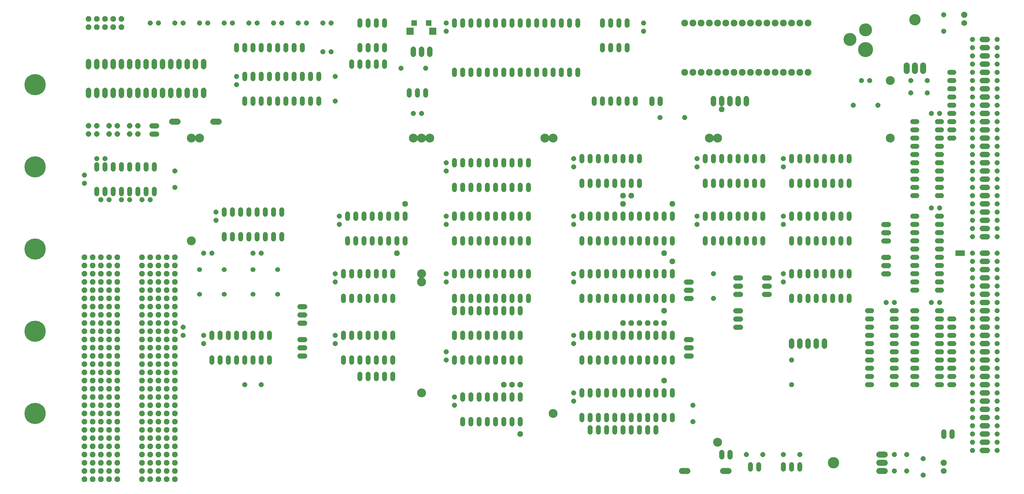
<source format=gts>
G04 EAGLE Gerber RS-274X export*
G75*
%MOMM*%
%FSLAX34Y34*%
%LPD*%
%INSoldermask Top*%
%IPPOS*%
%AMOC8*
5,1,8,0,0,1.08239X$1,22.5*%
G01*
%ADD10C,1.727200*%
%ADD11R,1.371600X1.803400*%
%ADD12R,0.152400X1.828800*%
%ADD13C,1.524000*%
%ADD14C,1.879600*%
%ADD15C,3.505200*%
%ADD16P,1.951982X8X112.500000*%
%ADD17C,1.803400*%
%ADD18P,1.649562X8X112.500000*%
%ADD19P,1.649562X8X202.500000*%
%ADD20P,1.649562X8X292.500000*%
%ADD21P,1.663309X8X202.500000*%
%ADD22C,6.553200*%
%ADD23C,2.108200*%
%ADD24C,1.625600*%
%ADD25C,2.743200*%
%ADD26C,1.524000*%
%ADD27R,1.727200X1.727200*%
%ADD28R,2.298700X2.298700*%
%ADD29P,1.649562X8X22.500000*%
%ADD30P,1.759533X8X22.500000*%
%ADD31P,1.869504X8X22.500000*%
%ADD32C,4.648200*%
%ADD33C,4.013200*%
%ADD34P,1.869504X8X202.500000*%
%ADD35P,1.869504X8X112.500000*%


D10*
X1493520Y139700D02*
X1478280Y139700D01*
X1478280Y165100D02*
X1493520Y165100D01*
X1493520Y190500D02*
X1478280Y190500D01*
X1478280Y215900D02*
X1493520Y215900D01*
X1493520Y241300D02*
X1478280Y241300D01*
X1478280Y266700D02*
X1493520Y266700D01*
X1493520Y292100D02*
X1478280Y292100D01*
X1478280Y317500D02*
X1493520Y317500D01*
X1493520Y342900D02*
X1478280Y342900D01*
X1478280Y368300D02*
X1493520Y368300D01*
X1493520Y393700D02*
X1478280Y393700D01*
X1478280Y419100D02*
X1493520Y419100D01*
X1493520Y444500D02*
X1478280Y444500D01*
X1478280Y469900D02*
X1493520Y469900D01*
X1493520Y495300D02*
X1478280Y495300D01*
X1478280Y520700D02*
X1493520Y520700D01*
X1493520Y546100D02*
X1478280Y546100D01*
X1478280Y571500D02*
X1493520Y571500D01*
X1493520Y596900D02*
X1478280Y596900D01*
X1478280Y622300D02*
X1493520Y622300D01*
X1493520Y647700D02*
X1478280Y647700D01*
X1478280Y673100D02*
X1493520Y673100D01*
X1493520Y698500D02*
X1478280Y698500D01*
X1478280Y723900D02*
X1493520Y723900D01*
X1493520Y749300D02*
X1478280Y749300D01*
D11*
X1417320Y749300D03*
X1402080Y749300D03*
D12*
X1409700Y749300D03*
D10*
X1478280Y800100D02*
X1493520Y800100D01*
X1493520Y825500D02*
X1478280Y825500D01*
X1478280Y850900D02*
X1493520Y850900D01*
X1493520Y876300D02*
X1478280Y876300D01*
X1478280Y901700D02*
X1493520Y901700D01*
X1493520Y927100D02*
X1478280Y927100D01*
X1478280Y952500D02*
X1493520Y952500D01*
X1493520Y977900D02*
X1478280Y977900D01*
X1478280Y1003300D02*
X1493520Y1003300D01*
X1493520Y1028700D02*
X1478280Y1028700D01*
X1478280Y1054100D02*
X1493520Y1054100D01*
X1493520Y1079500D02*
X1478280Y1079500D01*
X1478280Y1104900D02*
X1493520Y1104900D01*
X1493520Y1130300D02*
X1478280Y1130300D01*
X1478280Y1155700D02*
X1493520Y1155700D01*
X1493520Y1181100D02*
X1478280Y1181100D01*
X1478280Y1206500D02*
X1493520Y1206500D01*
X1493520Y1231900D02*
X1478280Y1231900D01*
X1478280Y1257300D02*
X1493520Y1257300D01*
X1493520Y1282700D02*
X1478280Y1282700D01*
X1478280Y1308100D02*
X1493520Y1308100D01*
X1493520Y1333500D02*
X1478280Y1333500D01*
X1478280Y1358900D02*
X1493520Y1358900D01*
X1493520Y1384300D02*
X1478280Y1384300D01*
X1478280Y1409700D02*
X1493520Y1409700D01*
D13*
X1276604Y1155700D02*
X1263396Y1155700D01*
X1263396Y1130300D02*
X1276604Y1130300D01*
X1276604Y1003300D02*
X1263396Y1003300D01*
X1263396Y977900D02*
X1276604Y977900D01*
X1276604Y1104900D02*
X1263396Y1104900D01*
X1263396Y1079500D02*
X1276604Y1079500D01*
X1276604Y1028700D02*
X1263396Y1028700D01*
X1263396Y1054100D02*
X1276604Y1054100D01*
X1276604Y952500D02*
X1263396Y952500D01*
X1263396Y927100D02*
X1276604Y927100D01*
X1339596Y927100D02*
X1352804Y927100D01*
X1352804Y952500D02*
X1339596Y952500D01*
X1339596Y977900D02*
X1352804Y977900D01*
X1352804Y1003300D02*
X1339596Y1003300D01*
X1339596Y1028700D02*
X1352804Y1028700D01*
X1352804Y1054100D02*
X1339596Y1054100D01*
X1339596Y1079500D02*
X1352804Y1079500D01*
X1352804Y1104900D02*
X1339596Y1104900D01*
X1339596Y1130300D02*
X1352804Y1130300D01*
X1352804Y1155700D02*
X1339596Y1155700D01*
X1276604Y863600D02*
X1263396Y863600D01*
X1263396Y838200D02*
X1276604Y838200D01*
X1276604Y711200D02*
X1263396Y711200D01*
X1263396Y685800D02*
X1276604Y685800D01*
X1276604Y812800D02*
X1263396Y812800D01*
X1263396Y787400D02*
X1276604Y787400D01*
X1276604Y736600D02*
X1263396Y736600D01*
X1263396Y762000D02*
X1276604Y762000D01*
X1276604Y660400D02*
X1263396Y660400D01*
X1263396Y635000D02*
X1276604Y635000D01*
X1339596Y635000D02*
X1352804Y635000D01*
X1352804Y660400D02*
X1339596Y660400D01*
X1339596Y685800D02*
X1352804Y685800D01*
X1352804Y711200D02*
X1339596Y711200D01*
X1339596Y736600D02*
X1352804Y736600D01*
X1352804Y762000D02*
X1339596Y762000D01*
X1339596Y787400D02*
X1352804Y787400D01*
X1352804Y812800D02*
X1339596Y812800D01*
X1339596Y838200D02*
X1352804Y838200D01*
X1352804Y863600D02*
X1339596Y863600D01*
D14*
X1244600Y1312418D02*
X1244600Y1329182D01*
X1270000Y1329182D02*
X1270000Y1312418D01*
X1295400Y1312418D02*
X1295400Y1329182D01*
D15*
X1270000Y1470660D03*
D16*
X1422400Y1485900D03*
D17*
X1422400Y1460500D03*
D18*
X1358900Y1435100D03*
X1358900Y1485900D03*
D19*
X1308100Y1244600D03*
X1257300Y1244600D03*
X1308100Y1282700D03*
X1257300Y1282700D03*
X1346200Y1181100D03*
X1320800Y1181100D03*
D20*
X431800Y1460500D03*
X431800Y1435100D03*
D19*
X1346200Y889000D03*
X1320800Y889000D03*
X1206500Y596900D03*
X1181100Y596900D03*
D10*
X990600Y477520D02*
X990600Y462280D01*
X965200Y462280D02*
X965200Y477520D01*
X939800Y477520D02*
X939800Y462280D01*
X914400Y462280D02*
X914400Y477520D01*
X889000Y477520D02*
X889000Y462280D01*
D18*
X889000Y342900D03*
X889000Y419100D03*
D21*
X1524000Y139700D03*
X1524000Y165100D03*
X1524000Y190500D03*
X1524000Y215900D03*
X1524000Y241300D03*
X1524000Y266700D03*
X1524000Y292100D03*
X1524000Y317500D03*
X1524000Y342900D03*
X1524000Y368300D03*
X1524000Y393700D03*
X1524000Y419100D03*
X1524000Y444500D03*
X1524000Y469900D03*
X1524000Y495300D03*
X1524000Y520700D03*
X1524000Y546100D03*
X1524000Y571500D03*
X1524000Y596900D03*
X1524000Y622300D03*
X1524000Y647700D03*
X1524000Y673100D03*
X1524000Y698500D03*
X1524000Y723900D03*
X1524000Y749300D03*
X1524000Y800100D03*
X1524000Y825500D03*
X1524000Y850900D03*
X1524000Y876300D03*
X1524000Y901700D03*
X1524000Y927100D03*
X1524000Y952500D03*
X1524000Y977900D03*
X1524000Y1003300D03*
X1524000Y1028700D03*
X1524000Y1054100D03*
X1524000Y1079500D03*
X1524000Y1104900D03*
X1524000Y1130300D03*
X1524000Y1155700D03*
X1524000Y1181100D03*
X1524000Y1206500D03*
X1524000Y1231900D03*
X1524000Y1257300D03*
X1524000Y1282700D03*
X1524000Y1308100D03*
X1524000Y1333500D03*
X1524000Y1358900D03*
X1524000Y1384300D03*
X1524000Y1409700D03*
X1447800Y139700D03*
X1447800Y165100D03*
X1447800Y190500D03*
X1447800Y215900D03*
X1447800Y241300D03*
X1447800Y266700D03*
X1447800Y292100D03*
X1447800Y317500D03*
X1447800Y342900D03*
X1447800Y368300D03*
X1447800Y393700D03*
X1447800Y419100D03*
X1447800Y444500D03*
X1447800Y469900D03*
X1447800Y495300D03*
X1447800Y520700D03*
X1447800Y546100D03*
X1447800Y571500D03*
X1447800Y596900D03*
X1447800Y622300D03*
X1447800Y647700D03*
X1447800Y673100D03*
X1447800Y698500D03*
X1447800Y723900D03*
X1447800Y749300D03*
X1447800Y800100D03*
X1447800Y825500D03*
X1447800Y850900D03*
X1447800Y876300D03*
X1447800Y901700D03*
X1447800Y927100D03*
X1447800Y952500D03*
X1447800Y977900D03*
X1447800Y1003300D03*
X1447800Y1028700D03*
X1447800Y1054100D03*
X1447800Y1079500D03*
X1447800Y1104900D03*
X1447800Y1130300D03*
X1447800Y1155700D03*
X1447800Y1181100D03*
X1447800Y1206500D03*
X1447800Y1231900D03*
X1447800Y1257300D03*
X1447800Y1282700D03*
X1447800Y1308100D03*
X1447800Y1333500D03*
X1447800Y1358900D03*
X1447800Y1384300D03*
X1447800Y1409700D03*
D22*
X-1447800Y1270000D03*
X-1447800Y254000D03*
X-1447800Y1016000D03*
X-1447800Y762000D03*
X-1447800Y508000D03*
D20*
X-889000Y876300D03*
X-889000Y850900D03*
D19*
X1346200Y596900D03*
X1320800Y596900D03*
D20*
X-825500Y1295400D03*
X-825500Y1270000D03*
D13*
X469900Y209804D02*
X469900Y196596D01*
X444500Y196596D02*
X444500Y209804D01*
X419100Y209804D02*
X419100Y196596D01*
X393700Y196596D02*
X393700Y209804D01*
X368300Y209804D02*
X368300Y196596D01*
X342900Y196596D02*
X342900Y209804D01*
X317500Y209804D02*
X317500Y196596D01*
X292100Y196596D02*
X292100Y209804D01*
X266700Y209804D02*
X266700Y196596D01*
X-152400Y1301496D02*
X-152400Y1314704D01*
X-127000Y1314704D02*
X-127000Y1301496D01*
X0Y1301496D02*
X0Y1314704D01*
X25400Y1314704D02*
X25400Y1301496D01*
X-101600Y1301496D02*
X-101600Y1314704D01*
X-76200Y1314704D02*
X-76200Y1301496D01*
X-25400Y1301496D02*
X-25400Y1314704D01*
X-50800Y1314704D02*
X-50800Y1301496D01*
X50800Y1301496D02*
X50800Y1314704D01*
X76200Y1314704D02*
X76200Y1301496D01*
X101600Y1301496D02*
X101600Y1314704D01*
X127000Y1314704D02*
X127000Y1301496D01*
X152400Y1301496D02*
X152400Y1314704D01*
X177800Y1314704D02*
X177800Y1301496D01*
X203200Y1301496D02*
X203200Y1314704D01*
X228600Y1314704D02*
X228600Y1301496D01*
X228600Y1453896D02*
X228600Y1467104D01*
X203200Y1467104D02*
X203200Y1453896D01*
X177800Y1453896D02*
X177800Y1467104D01*
X152400Y1467104D02*
X152400Y1453896D01*
X127000Y1453896D02*
X127000Y1467104D01*
X101600Y1467104D02*
X101600Y1453896D01*
X76200Y1453896D02*
X76200Y1467104D01*
X50800Y1467104D02*
X50800Y1453896D01*
X25400Y1453896D02*
X25400Y1467104D01*
X0Y1467104D02*
X0Y1453896D01*
X-25400Y1453896D02*
X-25400Y1467104D01*
X-50800Y1467104D02*
X-50800Y1453896D01*
X-76200Y1453896D02*
X-76200Y1467104D01*
X-101600Y1467104D02*
X-101600Y1453896D01*
X-127000Y1453896D02*
X-127000Y1467104D01*
X-152400Y1467104D02*
X-152400Y1453896D01*
D10*
X647700Y1226820D02*
X647700Y1211580D01*
X673100Y1211580D02*
X673100Y1226820D01*
X698500Y1226820D02*
X698500Y1211580D01*
X723900Y1211580D02*
X723900Y1226820D01*
X749300Y1226820D02*
X749300Y1211580D01*
D13*
X1377696Y546100D02*
X1390904Y546100D01*
X1390904Y520700D02*
X1377696Y520700D01*
X1377696Y495300D02*
X1390904Y495300D01*
X1390904Y469900D02*
X1377696Y469900D01*
X1377696Y444500D02*
X1390904Y444500D01*
X1390904Y419100D02*
X1377696Y419100D01*
X1377696Y393700D02*
X1390904Y393700D01*
X1390904Y368300D02*
X1377696Y368300D01*
X1377696Y342900D02*
X1390904Y342900D01*
D23*
X558800Y1308100D03*
X584200Y1308100D03*
X609600Y1308100D03*
X635000Y1308100D03*
X660400Y1308100D03*
X685800Y1308100D03*
X711200Y1308100D03*
X736600Y1308100D03*
X762000Y1308100D03*
X787400Y1308100D03*
X812800Y1308100D03*
X838200Y1308100D03*
X863600Y1308100D03*
X889000Y1308100D03*
X914400Y1308100D03*
X939800Y1308100D03*
X939800Y1460500D03*
X914400Y1460500D03*
X889000Y1460500D03*
X863600Y1460500D03*
X812800Y1460500D03*
X787400Y1460500D03*
X762000Y1460500D03*
X736600Y1460500D03*
X711200Y1460500D03*
X685800Y1460500D03*
X660400Y1460500D03*
X635000Y1460500D03*
X609600Y1460500D03*
X584200Y1460500D03*
X558800Y1460500D03*
X838200Y1460500D03*
D24*
X482600Y1226312D02*
X482600Y1212088D01*
X457200Y1212088D02*
X457200Y1226312D01*
D25*
X-965200Y1104900D03*
X-254000Y685800D03*
X-279400Y1104900D03*
X-965200Y787400D03*
X-939800Y1104900D03*
X-254000Y1104900D03*
X635000Y1104900D03*
X1193800Y1282700D03*
X-254000Y660400D03*
X-254000Y317500D03*
D20*
X584200Y279400D03*
X584200Y228600D03*
D19*
X-749300Y342900D03*
X-800100Y342900D03*
D20*
X-1016000Y1003300D03*
X-1016000Y952500D03*
D25*
X660400Y165100D03*
X-228600Y1104900D03*
X1193800Y1104900D03*
X660400Y1104900D03*
D13*
X241300Y616204D02*
X241300Y602996D01*
X266700Y602996D02*
X266700Y616204D01*
X292100Y616204D02*
X292100Y602996D01*
X317500Y602996D02*
X317500Y616204D01*
X342900Y616204D02*
X342900Y602996D01*
X368300Y602996D02*
X368300Y616204D01*
X393700Y616204D02*
X393700Y602996D01*
X419100Y602996D02*
X419100Y616204D01*
X444500Y616204D02*
X444500Y602996D01*
X469900Y602996D02*
X469900Y616204D01*
X495300Y616204D02*
X495300Y602996D01*
X520700Y602996D02*
X520700Y616204D01*
X520700Y679196D02*
X520700Y692404D01*
X495300Y692404D02*
X495300Y679196D01*
X469900Y679196D02*
X469900Y692404D01*
X444500Y692404D02*
X444500Y679196D01*
X419100Y679196D02*
X419100Y692404D01*
X393700Y692404D02*
X393700Y679196D01*
X368300Y679196D02*
X368300Y692404D01*
X342900Y692404D02*
X342900Y679196D01*
X317500Y679196D02*
X317500Y692404D01*
X292100Y692404D02*
X292100Y679196D01*
X266700Y679196D02*
X266700Y692404D01*
X241300Y692404D02*
X241300Y679196D01*
X-495300Y616204D02*
X-495300Y602996D01*
X-469900Y602996D02*
X-469900Y616204D01*
X-342900Y616204D02*
X-342900Y602996D01*
X-342900Y679196D02*
X-342900Y692404D01*
X-444500Y616204D02*
X-444500Y602996D01*
X-419100Y602996D02*
X-419100Y616204D01*
X-368300Y616204D02*
X-368300Y602996D01*
X-393700Y602996D02*
X-393700Y616204D01*
X-368300Y679196D02*
X-368300Y692404D01*
X-393700Y692404D02*
X-393700Y679196D01*
X-419100Y679196D02*
X-419100Y692404D01*
X-444500Y692404D02*
X-444500Y679196D01*
X-469900Y679196D02*
X-469900Y692404D01*
X-495300Y692404D02*
X-495300Y679196D01*
D26*
X-774700Y622300D03*
X-698500Y622300D03*
X-698500Y698500D03*
X-774700Y698500D03*
D13*
X241300Y780796D02*
X241300Y794004D01*
X266700Y794004D02*
X266700Y780796D01*
X292100Y780796D02*
X292100Y794004D01*
X317500Y794004D02*
X317500Y780796D01*
X342900Y780796D02*
X342900Y794004D01*
X368300Y794004D02*
X368300Y780796D01*
X393700Y780796D02*
X393700Y794004D01*
X419100Y794004D02*
X419100Y780796D01*
X444500Y780796D02*
X444500Y794004D01*
X469900Y794004D02*
X469900Y780796D01*
X495300Y780796D02*
X495300Y794004D01*
X520700Y794004D02*
X520700Y780796D01*
X520700Y856996D02*
X520700Y870204D01*
X495300Y870204D02*
X495300Y856996D01*
X469900Y856996D02*
X469900Y870204D01*
X444500Y870204D02*
X444500Y856996D01*
X419100Y856996D02*
X419100Y870204D01*
X393700Y870204D02*
X393700Y856996D01*
X368300Y856996D02*
X368300Y870204D01*
X342900Y870204D02*
X342900Y856996D01*
X317500Y856996D02*
X317500Y870204D01*
X292100Y870204D02*
X292100Y856996D01*
X266700Y856996D02*
X266700Y870204D01*
X241300Y870204D02*
X241300Y856996D01*
D27*
X-231521Y1460246D03*
X-276479Y1460246D03*
D28*
X-218948Y1435354D03*
X-289052Y1435354D03*
D10*
X-279400Y1379220D02*
X-279400Y1363980D01*
X-254000Y1363980D02*
X-254000Y1379220D01*
X-228600Y1379220D02*
X-228600Y1363980D01*
D13*
X-292100Y1251204D02*
X-292100Y1237996D01*
X-241300Y1237996D02*
X-241300Y1251204D01*
X-266700Y1251204D02*
X-266700Y1237996D01*
D19*
X-241300Y1320800D03*
X-317500Y1320800D03*
D13*
X-152400Y616204D02*
X-152400Y602996D01*
X-127000Y602996D02*
X-127000Y616204D01*
X0Y616204D02*
X0Y602996D01*
X25400Y602996D02*
X25400Y616204D01*
X-101600Y616204D02*
X-101600Y602996D01*
X-76200Y602996D02*
X-76200Y616204D01*
X-25400Y616204D02*
X-25400Y602996D01*
X-50800Y602996D02*
X-50800Y616204D01*
X50800Y616204D02*
X50800Y602996D01*
X76200Y602996D02*
X76200Y616204D01*
X76200Y679196D02*
X76200Y692404D01*
X50800Y692404D02*
X50800Y679196D01*
X25400Y679196D02*
X25400Y692404D01*
X0Y692404D02*
X0Y679196D01*
X-25400Y679196D02*
X-25400Y692404D01*
X-50800Y692404D02*
X-50800Y679196D01*
X-76200Y679196D02*
X-76200Y692404D01*
X-101600Y692404D02*
X-101600Y679196D01*
X-127000Y679196D02*
X-127000Y692404D01*
X-152400Y692404D02*
X-152400Y679196D01*
X-152400Y578104D02*
X-152400Y564896D01*
X-127000Y564896D02*
X-127000Y578104D01*
X-101600Y578104D02*
X-101600Y564896D01*
X-76200Y564896D02*
X-76200Y578104D01*
X-50800Y578104D02*
X-50800Y564896D01*
X-25400Y564896D02*
X-25400Y578104D01*
X0Y578104D02*
X0Y564896D01*
X25400Y564896D02*
X25400Y578104D01*
X50800Y578104D02*
X50800Y564896D01*
X-152400Y780796D02*
X-152400Y794004D01*
X-127000Y794004D02*
X-127000Y780796D01*
X0Y780796D02*
X0Y794004D01*
X25400Y794004D02*
X25400Y780796D01*
X-101600Y780796D02*
X-101600Y794004D01*
X-76200Y794004D02*
X-76200Y780796D01*
X-25400Y780796D02*
X-25400Y794004D01*
X-50800Y794004D02*
X-50800Y780796D01*
X50800Y780796D02*
X50800Y794004D01*
X76200Y794004D02*
X76200Y780796D01*
X76200Y856996D02*
X76200Y870204D01*
X50800Y870204D02*
X50800Y856996D01*
X25400Y856996D02*
X25400Y870204D01*
X0Y870204D02*
X0Y856996D01*
X-25400Y856996D02*
X-25400Y870204D01*
X-50800Y870204D02*
X-50800Y856996D01*
X-76200Y856996D02*
X-76200Y870204D01*
X-101600Y870204D02*
X-101600Y856996D01*
X-127000Y856996D02*
X-127000Y870204D01*
X-152400Y870204D02*
X-152400Y856996D01*
X-152400Y945896D02*
X-152400Y959104D01*
X-127000Y959104D02*
X-127000Y945896D01*
X0Y945896D02*
X0Y959104D01*
X25400Y959104D02*
X25400Y945896D01*
X-101600Y945896D02*
X-101600Y959104D01*
X-76200Y959104D02*
X-76200Y945896D01*
X-25400Y945896D02*
X-25400Y959104D01*
X-50800Y959104D02*
X-50800Y945896D01*
X50800Y945896D02*
X50800Y959104D01*
X76200Y959104D02*
X76200Y945896D01*
X76200Y1022096D02*
X76200Y1035304D01*
X50800Y1035304D02*
X50800Y1022096D01*
X25400Y1022096D02*
X25400Y1035304D01*
X0Y1035304D02*
X0Y1022096D01*
X-25400Y1022096D02*
X-25400Y1035304D01*
X-50800Y1035304D02*
X-50800Y1022096D01*
X-76200Y1022096D02*
X-76200Y1035304D01*
X-101600Y1035304D02*
X-101600Y1022096D01*
X-127000Y1022096D02*
X-127000Y1035304D01*
X-152400Y1035304D02*
X-152400Y1022096D01*
X-152400Y425704D02*
X-152400Y412496D01*
X-127000Y412496D02*
X-127000Y425704D01*
X-101600Y425704D02*
X-101600Y412496D01*
X-76200Y412496D02*
X-76200Y425704D01*
X-50800Y425704D02*
X-50800Y412496D01*
X-25400Y412496D02*
X-25400Y425704D01*
X0Y425704D02*
X0Y412496D01*
X25400Y412496D02*
X25400Y425704D01*
X50800Y425704D02*
X50800Y412496D01*
X50800Y488696D02*
X50800Y501904D01*
X25400Y501904D02*
X25400Y488696D01*
X0Y488696D02*
X0Y501904D01*
X-25400Y501904D02*
X-25400Y488696D01*
X-50800Y488696D02*
X-50800Y501904D01*
X-76200Y501904D02*
X-76200Y488696D01*
X-101600Y488696D02*
X-101600Y501904D01*
X-127000Y501904D02*
X-127000Y488696D01*
X-152400Y488696D02*
X-152400Y501904D01*
X241300Y247904D02*
X241300Y234696D01*
X266700Y234696D02*
X266700Y247904D01*
X292100Y247904D02*
X292100Y234696D01*
X317500Y234696D02*
X317500Y247904D01*
X342900Y247904D02*
X342900Y234696D01*
X368300Y234696D02*
X368300Y247904D01*
X393700Y247904D02*
X393700Y234696D01*
X419100Y234696D02*
X419100Y247904D01*
X444500Y247904D02*
X444500Y234696D01*
X469900Y234696D02*
X469900Y247904D01*
X495300Y247904D02*
X495300Y234696D01*
X520700Y234696D02*
X520700Y247904D01*
X520700Y310896D02*
X520700Y324104D01*
X495300Y324104D02*
X495300Y310896D01*
X469900Y310896D02*
X469900Y324104D01*
X444500Y324104D02*
X444500Y310896D01*
X419100Y310896D02*
X419100Y324104D01*
X393700Y324104D02*
X393700Y310896D01*
X368300Y310896D02*
X368300Y324104D01*
X342900Y324104D02*
X342900Y310896D01*
X317500Y310896D02*
X317500Y324104D01*
X292100Y324104D02*
X292100Y310896D01*
X266700Y310896D02*
X266700Y324104D01*
X241300Y324104D02*
X241300Y310896D01*
X-863600Y793496D02*
X-863600Y806704D01*
X-838200Y806704D02*
X-838200Y793496D01*
X-711200Y793496D02*
X-711200Y806704D01*
X-685800Y806704D02*
X-685800Y793496D01*
X-812800Y793496D02*
X-812800Y806704D01*
X-787400Y806704D02*
X-787400Y793496D01*
X-736600Y793496D02*
X-736600Y806704D01*
X-762000Y806704D02*
X-762000Y793496D01*
X-685800Y869696D02*
X-685800Y882904D01*
X-711200Y882904D02*
X-711200Y869696D01*
X-736600Y869696D02*
X-736600Y882904D01*
X-762000Y882904D02*
X-762000Y869696D01*
X-787400Y869696D02*
X-787400Y882904D01*
X-812800Y882904D02*
X-812800Y869696D01*
X-838200Y869696D02*
X-838200Y882904D01*
X-863600Y882904D02*
X-863600Y869696D01*
X-127000Y235204D02*
X-127000Y221996D01*
X-101600Y221996D02*
X-101600Y235204D01*
X25400Y235204D02*
X25400Y221996D01*
X50800Y221996D02*
X50800Y235204D01*
X-76200Y235204D02*
X-76200Y221996D01*
X-50800Y221996D02*
X-50800Y235204D01*
X0Y235204D02*
X0Y221996D01*
X-25400Y221996D02*
X-25400Y235204D01*
X50800Y298196D02*
X50800Y311404D01*
X25400Y311404D02*
X25400Y298196D01*
X0Y298196D02*
X0Y311404D01*
X-25400Y311404D02*
X-25400Y298196D01*
X-50800Y298196D02*
X-50800Y311404D01*
X-76200Y311404D02*
X-76200Y298196D01*
X-101600Y298196D02*
X-101600Y311404D01*
X-127000Y311404D02*
X-127000Y298196D01*
X-1257300Y933196D02*
X-1257300Y946404D01*
X-1231900Y946404D02*
X-1231900Y933196D01*
X-1104900Y933196D02*
X-1104900Y946404D01*
X-1079500Y946404D02*
X-1079500Y933196D01*
X-1206500Y933196D02*
X-1206500Y946404D01*
X-1181100Y946404D02*
X-1181100Y933196D01*
X-1130300Y933196D02*
X-1130300Y946404D01*
X-1155700Y946404D02*
X-1155700Y933196D01*
X-1079500Y1009396D02*
X-1079500Y1022604D01*
X-1104900Y1022604D02*
X-1104900Y1009396D01*
X-1130300Y1009396D02*
X-1130300Y1022604D01*
X-1155700Y1022604D02*
X-1155700Y1009396D01*
X-1181100Y1009396D02*
X-1181100Y1022604D01*
X-1206500Y1022604D02*
X-1206500Y1009396D01*
X-1231900Y1009396D02*
X-1231900Y1022604D01*
X-1257300Y1022604D02*
X-1257300Y1009396D01*
D29*
X-1244600Y914400D03*
X-1219200Y914400D03*
X-1181100Y914400D03*
X-1155700Y914400D03*
D18*
X-1295400Y965200D03*
X-1295400Y990600D03*
D19*
X-1092200Y914400D03*
X-1117600Y914400D03*
D29*
X-1257300Y1041400D03*
X-1231900Y1041400D03*
D30*
X-1282700Y1117600D03*
X-1257300Y1117600D03*
X-1282700Y1143000D03*
X-1257300Y1143000D03*
X-1219200Y1117600D03*
X-1193800Y1117600D03*
X-1219200Y1143000D03*
X-1193800Y1143000D03*
X-1155700Y1117600D03*
X-1130300Y1117600D03*
X-1155700Y1143000D03*
X-1130300Y1143000D03*
D24*
X-1086612Y1117600D02*
X-1072388Y1117600D01*
X-1072388Y1143000D02*
X-1086612Y1143000D01*
D10*
X-1282700Y1325880D02*
X-1282700Y1341120D01*
X-1257300Y1341120D02*
X-1257300Y1325880D01*
X-1231900Y1325880D02*
X-1231900Y1341120D01*
X-1206500Y1341120D02*
X-1206500Y1325880D01*
X-1181100Y1325880D02*
X-1181100Y1341120D01*
X-1155700Y1341120D02*
X-1155700Y1325880D01*
X-1130300Y1325880D02*
X-1130300Y1341120D01*
X-1104900Y1341120D02*
X-1104900Y1325880D01*
X-1079500Y1325880D02*
X-1079500Y1341120D01*
X-1054100Y1341120D02*
X-1054100Y1325880D01*
X-1028700Y1325880D02*
X-1028700Y1341120D01*
X-1003300Y1341120D02*
X-1003300Y1325880D01*
X-977900Y1325880D02*
X-977900Y1341120D01*
X-952500Y1341120D02*
X-952500Y1325880D01*
X-927100Y1325880D02*
X-927100Y1341120D01*
X-1282700Y1252220D02*
X-1282700Y1236980D01*
X-1257300Y1236980D02*
X-1257300Y1252220D01*
X-1231900Y1252220D02*
X-1231900Y1236980D01*
X-1206500Y1236980D02*
X-1206500Y1252220D01*
X-1181100Y1252220D02*
X-1181100Y1236980D01*
X-1155700Y1236980D02*
X-1155700Y1252220D01*
X-1130300Y1252220D02*
X-1130300Y1236980D01*
X-1104900Y1236980D02*
X-1104900Y1252220D01*
X-1079500Y1252220D02*
X-1079500Y1236980D01*
X-1054100Y1236980D02*
X-1054100Y1252220D01*
X-1028700Y1252220D02*
X-1028700Y1236980D01*
X-1003300Y1236980D02*
X-1003300Y1252220D01*
X-977900Y1252220D02*
X-977900Y1236980D01*
X-952500Y1236980D02*
X-952500Y1252220D01*
X-927100Y1252220D02*
X-927100Y1236980D01*
D31*
X-1282700Y1447800D03*
X-1257300Y1447800D03*
X-1231900Y1447800D03*
X-1206500Y1447800D03*
X-1181100Y1447800D03*
X-1282700Y1473200D03*
X-1257300Y1473200D03*
X-1231900Y1473200D03*
X-1206500Y1473200D03*
X-1181100Y1473200D03*
D29*
X-558800Y1460500D03*
X-533400Y1460500D03*
X-635000Y1460500D03*
X-609600Y1460500D03*
X-711200Y1460500D03*
X-685800Y1460500D03*
X-787400Y1460500D03*
X-762000Y1460500D03*
X-863600Y1460500D03*
X-838200Y1460500D03*
X-939800Y1460500D03*
X-914400Y1460500D03*
X-1016000Y1460500D03*
X-990600Y1460500D03*
X-1092200Y1460500D03*
X-1066800Y1460500D03*
D13*
X-622300Y1390904D02*
X-622300Y1377696D01*
X-647700Y1377696D02*
X-647700Y1390904D01*
X-673100Y1390904D02*
X-673100Y1377696D01*
X-698500Y1377696D02*
X-698500Y1390904D01*
X-723900Y1390904D02*
X-723900Y1377696D01*
X-749300Y1377696D02*
X-749300Y1390904D01*
X-774700Y1390904D02*
X-774700Y1377696D01*
X-800100Y1377696D02*
X-800100Y1390904D01*
X-825500Y1390904D02*
X-825500Y1377696D01*
X1263396Y571500D02*
X1276604Y571500D01*
X1276604Y546100D02*
X1263396Y546100D01*
X1263396Y419100D02*
X1276604Y419100D01*
X1276604Y393700D02*
X1263396Y393700D01*
X1263396Y520700D02*
X1276604Y520700D01*
X1276604Y495300D02*
X1263396Y495300D01*
X1263396Y444500D02*
X1276604Y444500D01*
X1276604Y469900D02*
X1263396Y469900D01*
X1263396Y368300D02*
X1276604Y368300D01*
X1276604Y342900D02*
X1263396Y342900D01*
X1339596Y342900D02*
X1352804Y342900D01*
X1352804Y368300D02*
X1339596Y368300D01*
X1339596Y393700D02*
X1352804Y393700D01*
X1352804Y419100D02*
X1339596Y419100D01*
X1339596Y444500D02*
X1352804Y444500D01*
X1352804Y469900D02*
X1339596Y469900D01*
X1339596Y495300D02*
X1352804Y495300D01*
X1352804Y520700D02*
X1339596Y520700D01*
X1339596Y546100D02*
X1352804Y546100D01*
X1352804Y571500D02*
X1339596Y571500D01*
X1136904Y571500D02*
X1123696Y571500D01*
X1123696Y546100D02*
X1136904Y546100D01*
X1136904Y419100D02*
X1123696Y419100D01*
X1123696Y393700D02*
X1136904Y393700D01*
X1136904Y520700D02*
X1123696Y520700D01*
X1123696Y495300D02*
X1136904Y495300D01*
X1136904Y444500D02*
X1123696Y444500D01*
X1123696Y469900D02*
X1136904Y469900D01*
X1136904Y368300D02*
X1123696Y368300D01*
X1123696Y342900D02*
X1136904Y342900D01*
X1199896Y342900D02*
X1213104Y342900D01*
X1213104Y368300D02*
X1199896Y368300D01*
X1199896Y393700D02*
X1213104Y393700D01*
X1213104Y419100D02*
X1199896Y419100D01*
X1199896Y444500D02*
X1213104Y444500D01*
X1213104Y469900D02*
X1199896Y469900D01*
X1199896Y495300D02*
X1213104Y495300D01*
X1213104Y520700D02*
X1199896Y520700D01*
X1199896Y546100D02*
X1213104Y546100D01*
X1213104Y571500D02*
X1199896Y571500D01*
X-495300Y425704D02*
X-495300Y412496D01*
X-469900Y412496D02*
X-469900Y425704D01*
X-342900Y425704D02*
X-342900Y412496D01*
X-342900Y488696D02*
X-342900Y501904D01*
X-444500Y425704D02*
X-444500Y412496D01*
X-419100Y412496D02*
X-419100Y425704D01*
X-368300Y425704D02*
X-368300Y412496D01*
X-393700Y412496D02*
X-393700Y425704D01*
X-368300Y488696D02*
X-368300Y501904D01*
X-393700Y501904D02*
X-393700Y488696D01*
X-419100Y488696D02*
X-419100Y501904D01*
X-444500Y501904D02*
X-444500Y488696D01*
X-469900Y488696D02*
X-469900Y501904D01*
X-495300Y501904D02*
X-495300Y488696D01*
X889000Y958596D02*
X889000Y971804D01*
X914400Y971804D02*
X914400Y958596D01*
X1041400Y958596D02*
X1041400Y971804D01*
X1066800Y971804D02*
X1066800Y958596D01*
X939800Y958596D02*
X939800Y971804D01*
X965200Y971804D02*
X965200Y958596D01*
X1016000Y958596D02*
X1016000Y971804D01*
X990600Y971804D02*
X990600Y958596D01*
X1066800Y1034796D02*
X1066800Y1048004D01*
X1041400Y1048004D02*
X1041400Y1034796D01*
X1016000Y1034796D02*
X1016000Y1048004D01*
X990600Y1048004D02*
X990600Y1034796D01*
X965200Y1034796D02*
X965200Y1048004D01*
X939800Y1048004D02*
X939800Y1034796D01*
X914400Y1034796D02*
X914400Y1048004D01*
X889000Y1048004D02*
X889000Y1034796D01*
X622300Y971804D02*
X622300Y958596D01*
X647700Y958596D02*
X647700Y971804D01*
X774700Y971804D02*
X774700Y958596D01*
X800100Y958596D02*
X800100Y971804D01*
X673100Y971804D02*
X673100Y958596D01*
X698500Y958596D02*
X698500Y971804D01*
X749300Y971804D02*
X749300Y958596D01*
X723900Y958596D02*
X723900Y971804D01*
X800100Y1034796D02*
X800100Y1048004D01*
X774700Y1048004D02*
X774700Y1034796D01*
X749300Y1034796D02*
X749300Y1048004D01*
X723900Y1048004D02*
X723900Y1034796D01*
X698500Y1034796D02*
X698500Y1048004D01*
X673100Y1048004D02*
X673100Y1034796D01*
X647700Y1034796D02*
X647700Y1048004D01*
X622300Y1048004D02*
X622300Y1034796D01*
X1377696Y1104900D02*
X1390904Y1104900D01*
X1390904Y1130300D02*
X1377696Y1130300D01*
X1377696Y1155700D02*
X1390904Y1155700D01*
X1390904Y1181100D02*
X1377696Y1181100D01*
X1377696Y1206500D02*
X1390904Y1206500D01*
X1390904Y1231900D02*
X1377696Y1231900D01*
X1377696Y1257300D02*
X1390904Y1257300D01*
X1390904Y1282700D02*
X1377696Y1282700D01*
X1377696Y1308100D02*
X1390904Y1308100D01*
D14*
X1176782Y76200D02*
X1160018Y76200D01*
X1160018Y101600D02*
X1176782Y101600D01*
X1176782Y127000D02*
X1160018Y127000D01*
D15*
X1018540Y101600D03*
D18*
X1206500Y76200D03*
X1206500Y127000D03*
X1244600Y76200D03*
X1244600Y127000D03*
X1295400Y63500D03*
X1295400Y114300D03*
D16*
X1358900Y101600D03*
D17*
X1358900Y76200D03*
D13*
X-444500Y361696D02*
X-444500Y374904D01*
X-419100Y374904D02*
X-419100Y361696D01*
X-393700Y361696D02*
X-393700Y374904D01*
X-368300Y374904D02*
X-368300Y361696D01*
X-342900Y361696D02*
X-342900Y374904D01*
X-800100Y1212596D02*
X-800100Y1225804D01*
X-774700Y1225804D02*
X-774700Y1212596D01*
X-647700Y1212596D02*
X-647700Y1225804D01*
X-622300Y1225804D02*
X-622300Y1212596D01*
X-749300Y1212596D02*
X-749300Y1225804D01*
X-723900Y1225804D02*
X-723900Y1212596D01*
X-673100Y1212596D02*
X-673100Y1225804D01*
X-698500Y1225804D02*
X-698500Y1212596D01*
X-596900Y1212596D02*
X-596900Y1225804D01*
X-571500Y1225804D02*
X-571500Y1212596D01*
X-571500Y1288796D02*
X-571500Y1302004D01*
X-596900Y1302004D02*
X-596900Y1288796D01*
X-622300Y1288796D02*
X-622300Y1302004D01*
X-647700Y1302004D02*
X-647700Y1288796D01*
X-673100Y1288796D02*
X-673100Y1302004D01*
X-698500Y1302004D02*
X-698500Y1288796D01*
X-723900Y1288796D02*
X-723900Y1302004D01*
X-749300Y1302004D02*
X-749300Y1288796D01*
X-774700Y1288796D02*
X-774700Y1302004D01*
X-800100Y1302004D02*
X-800100Y1288796D01*
X-482600Y794004D02*
X-482600Y780796D01*
X-457200Y780796D02*
X-457200Y794004D01*
X-330200Y794004D02*
X-330200Y780796D01*
X-304800Y780796D02*
X-304800Y794004D01*
X-431800Y794004D02*
X-431800Y780796D01*
X-406400Y780796D02*
X-406400Y794004D01*
X-355600Y794004D02*
X-355600Y780796D01*
X-381000Y780796D02*
X-381000Y794004D01*
X-304800Y856996D02*
X-304800Y870204D01*
X-330200Y870204D02*
X-330200Y856996D01*
X-355600Y856996D02*
X-355600Y870204D01*
X-381000Y870204D02*
X-381000Y856996D01*
X-406400Y856996D02*
X-406400Y870204D01*
X-431800Y870204D02*
X-431800Y856996D01*
X-457200Y856996D02*
X-457200Y870204D01*
X-482600Y870204D02*
X-482600Y856996D01*
D26*
X-939800Y622300D03*
X-863600Y622300D03*
X-863600Y698500D03*
X-939800Y698500D03*
D13*
X-901700Y425704D02*
X-901700Y412496D01*
X-876300Y412496D02*
X-876300Y425704D01*
X-749300Y425704D02*
X-749300Y412496D01*
X-723900Y412496D02*
X-723900Y425704D01*
X-850900Y425704D02*
X-850900Y412496D01*
X-825500Y412496D02*
X-825500Y425704D01*
X-774700Y425704D02*
X-774700Y412496D01*
X-800100Y412496D02*
X-800100Y425704D01*
X-723900Y488696D02*
X-723900Y501904D01*
X-749300Y501904D02*
X-749300Y488696D01*
X-774700Y488696D02*
X-774700Y501904D01*
X-800100Y501904D02*
X-800100Y488696D01*
X-825500Y488696D02*
X-825500Y501904D01*
X-850900Y501904D02*
X-850900Y488696D01*
X-876300Y488696D02*
X-876300Y501904D01*
X-901700Y501904D02*
X-901700Y488696D01*
D24*
X-629412Y533400D02*
X-615188Y533400D01*
X-615188Y558800D02*
X-629412Y558800D01*
X-629412Y584200D02*
X-615188Y584200D01*
X-615188Y431800D02*
X-629412Y431800D01*
X-629412Y457200D02*
X-615188Y457200D01*
X-615188Y482600D02*
X-629412Y482600D01*
D13*
X-444500Y1377696D02*
X-444500Y1390904D01*
X-419100Y1390904D02*
X-419100Y1377696D01*
X-419100Y1453896D02*
X-419100Y1467104D01*
X-444500Y1467104D02*
X-444500Y1453896D01*
X-393700Y1390904D02*
X-393700Y1377696D01*
X-368300Y1377696D02*
X-368300Y1390904D01*
X-393700Y1453896D02*
X-393700Y1467104D01*
X-368300Y1467104D02*
X-368300Y1453896D01*
X-469900Y1340104D02*
X-469900Y1326896D01*
X-444500Y1326896D02*
X-444500Y1340104D01*
X-419100Y1340104D02*
X-419100Y1326896D01*
X-393700Y1326896D02*
X-393700Y1340104D01*
X-368300Y1340104D02*
X-368300Y1326896D01*
D20*
X-508000Y863600D03*
X-508000Y838200D03*
X-927100Y495300D03*
X-927100Y469900D03*
X-520700Y495300D03*
X-520700Y469900D03*
X-177800Y685800D03*
X-177800Y660400D03*
X-520700Y685800D03*
X-520700Y660400D03*
X-177800Y1028700D03*
X-177800Y1003300D03*
X-177800Y863600D03*
X-177800Y838200D03*
X-177800Y444500D03*
X-177800Y419100D03*
X215900Y685800D03*
X215900Y660400D03*
X-152400Y304800D03*
X-152400Y279400D03*
X215900Y863600D03*
X215900Y838200D03*
X215900Y317500D03*
X215900Y292100D03*
X596900Y1041400D03*
X596900Y1016000D03*
X215900Y495300D03*
X215900Y469900D03*
D29*
X-927100Y749300D03*
X-901700Y749300D03*
X-774700Y749300D03*
X-749300Y749300D03*
X-279400Y1181100D03*
X-254000Y1181100D03*
D20*
X-177800Y1460500D03*
X-177800Y1435100D03*
D29*
X1104900Y1282700D03*
X1130300Y1282700D03*
D19*
X1155700Y1206500D03*
X1079500Y1206500D03*
D13*
X241300Y425704D02*
X241300Y412496D01*
X266700Y412496D02*
X266700Y425704D01*
X292100Y425704D02*
X292100Y412496D01*
X317500Y412496D02*
X317500Y425704D01*
X342900Y425704D02*
X342900Y412496D01*
X368300Y412496D02*
X368300Y425704D01*
X393700Y425704D02*
X393700Y412496D01*
X419100Y412496D02*
X419100Y425704D01*
X444500Y425704D02*
X444500Y412496D01*
X469900Y412496D02*
X469900Y425704D01*
X495300Y425704D02*
X495300Y412496D01*
X520700Y412496D02*
X520700Y425704D01*
X520700Y488696D02*
X520700Y501904D01*
X495300Y501904D02*
X495300Y488696D01*
X469900Y488696D02*
X469900Y501904D01*
X444500Y501904D02*
X444500Y488696D01*
X419100Y488696D02*
X419100Y501904D01*
X393700Y501904D02*
X393700Y488696D01*
X368300Y488696D02*
X368300Y501904D01*
X342900Y501904D02*
X342900Y488696D01*
X317500Y488696D02*
X317500Y501904D01*
X292100Y501904D02*
X292100Y488696D01*
X266700Y488696D02*
X266700Y501904D01*
X241300Y501904D02*
X241300Y488696D01*
D24*
X564388Y609600D02*
X578612Y609600D01*
X578612Y635000D02*
X564388Y635000D01*
X564388Y660400D02*
X578612Y660400D01*
X578612Y431800D02*
X564388Y431800D01*
X564388Y457200D02*
X578612Y457200D01*
X578612Y482600D02*
X564388Y482600D01*
D13*
X304800Y1377696D02*
X304800Y1390904D01*
X330200Y1390904D02*
X330200Y1377696D01*
X330200Y1453896D02*
X330200Y1467104D01*
X304800Y1467104D02*
X304800Y1453896D01*
X355600Y1390904D02*
X355600Y1377696D01*
X381000Y1377696D02*
X381000Y1390904D01*
X355600Y1453896D02*
X355600Y1467104D01*
X381000Y1467104D02*
X381000Y1453896D01*
D20*
X863600Y1041400D03*
X863600Y1016000D03*
D19*
X558800Y1168400D03*
X482600Y1168400D03*
D13*
X762000Y95504D02*
X762000Y82296D01*
X787400Y82296D02*
X787400Y95504D01*
X863600Y95504D02*
X863600Y82296D01*
X889000Y82296D02*
X889000Y95504D01*
X914400Y95504D02*
X914400Y82296D01*
D24*
X1384300Y183388D02*
X1384300Y197612D01*
X1358900Y197612D02*
X1358900Y183388D01*
D29*
X749300Y127000D03*
X800100Y127000D03*
D19*
X914400Y127000D03*
X863600Y127000D03*
D32*
X1117600Y1378700D03*
D33*
X1117600Y1439700D03*
X1069600Y1409700D03*
D24*
X698500Y134112D02*
X698500Y119888D01*
X673100Y119888D02*
X673100Y134112D01*
D31*
X673100Y1193800D03*
X495300Y355600D03*
X368300Y533400D03*
X393700Y533400D03*
X419100Y533400D03*
X444500Y533400D03*
X469900Y533400D03*
X495300Y533400D03*
D29*
X-558800Y1371600D03*
X-533400Y1371600D03*
D20*
X-520700Y1295400D03*
X-520700Y1219200D03*
D31*
X368300Y901700D03*
X495300Y749300D03*
X520700Y901700D03*
X495300Y571500D03*
X520700Y723900D03*
X-330200Y749300D03*
D14*
X-880618Y1155700D02*
X-897382Y1155700D01*
X-1007618Y1155700D02*
X-1024382Y1155700D01*
X677418Y76200D02*
X694182Y76200D01*
X567182Y76200D02*
X550418Y76200D01*
D24*
X1173988Y685800D02*
X1188212Y685800D01*
X1188212Y711200D02*
X1173988Y711200D01*
X1173988Y736600D02*
X1188212Y736600D01*
X1188212Y787400D02*
X1173988Y787400D01*
X1173988Y812800D02*
X1188212Y812800D01*
X1188212Y838200D02*
X1173988Y838200D01*
D31*
X-1270000Y660400D03*
X-1244600Y660400D03*
X-1219200Y660400D03*
X-1193800Y660400D03*
X-1270000Y711200D03*
X-1244600Y711200D03*
X-1219200Y711200D03*
X-1193800Y711200D03*
X-1270000Y685800D03*
X-1244600Y685800D03*
X-1219200Y685800D03*
X-1193800Y685800D03*
X-1270000Y736600D03*
X-1244600Y736600D03*
X-1219200Y736600D03*
X-1193800Y736600D03*
X-1117600Y635000D03*
X-1092200Y635000D03*
X-1066800Y635000D03*
X-1041400Y635000D03*
X-1117600Y685800D03*
X-1092200Y685800D03*
X-1066800Y685800D03*
X-1041400Y685800D03*
X-1117600Y660400D03*
X-1092200Y660400D03*
X-1066800Y660400D03*
X-1041400Y660400D03*
X-1117600Y711200D03*
X-1092200Y711200D03*
X-1066800Y711200D03*
X-1041400Y711200D03*
X-1117600Y584200D03*
X-1092200Y584200D03*
X-1066800Y584200D03*
X-1041400Y584200D03*
X-1117600Y609600D03*
X-1092200Y609600D03*
X-1066800Y609600D03*
X-1041400Y609600D03*
D34*
X-1193800Y609600D03*
X-1219200Y609600D03*
X-1244600Y609600D03*
X-1270000Y609600D03*
X-1193800Y635000D03*
X-1219200Y635000D03*
X-1244600Y635000D03*
X-1270000Y635000D03*
D20*
X-990600Y520700D03*
X-990600Y495300D03*
D31*
X-304800Y901700D03*
D13*
X241300Y958596D02*
X241300Y971804D01*
X266700Y971804D02*
X266700Y958596D01*
X393700Y958596D02*
X393700Y971804D01*
X419100Y971804D02*
X419100Y958596D01*
X292100Y958596D02*
X292100Y971804D01*
X317500Y971804D02*
X317500Y958596D01*
X368300Y958596D02*
X368300Y971804D01*
X342900Y971804D02*
X342900Y958596D01*
X419100Y1034796D02*
X419100Y1048004D01*
X393700Y1048004D02*
X393700Y1034796D01*
X368300Y1034796D02*
X368300Y1048004D01*
X342900Y1048004D02*
X342900Y1034796D01*
X317500Y1034796D02*
X317500Y1048004D01*
X292100Y1048004D02*
X292100Y1034796D01*
X266700Y1034796D02*
X266700Y1048004D01*
X241300Y1048004D02*
X241300Y1034796D01*
X889000Y794004D02*
X889000Y780796D01*
X914400Y780796D02*
X914400Y794004D01*
X1041400Y794004D02*
X1041400Y780796D01*
X1066800Y780796D02*
X1066800Y794004D01*
X939800Y794004D02*
X939800Y780796D01*
X965200Y780796D02*
X965200Y794004D01*
X1016000Y794004D02*
X1016000Y780796D01*
X990600Y780796D02*
X990600Y794004D01*
X1066800Y856996D02*
X1066800Y870204D01*
X1041400Y870204D02*
X1041400Y856996D01*
X1016000Y856996D02*
X1016000Y870204D01*
X990600Y870204D02*
X990600Y856996D01*
X965200Y856996D02*
X965200Y870204D01*
X939800Y870204D02*
X939800Y856996D01*
X914400Y856996D02*
X914400Y870204D01*
X889000Y870204D02*
X889000Y856996D01*
X622300Y794004D02*
X622300Y780796D01*
X647700Y780796D02*
X647700Y794004D01*
X774700Y794004D02*
X774700Y780796D01*
X800100Y780796D02*
X800100Y794004D01*
X673100Y794004D02*
X673100Y780796D01*
X698500Y780796D02*
X698500Y794004D01*
X749300Y794004D02*
X749300Y780796D01*
X723900Y780796D02*
X723900Y794004D01*
X800100Y856996D02*
X800100Y870204D01*
X774700Y870204D02*
X774700Y856996D01*
X749300Y856996D02*
X749300Y870204D01*
X723900Y870204D02*
X723900Y856996D01*
X698500Y856996D02*
X698500Y870204D01*
X673100Y870204D02*
X673100Y856996D01*
X647700Y856996D02*
X647700Y870204D01*
X622300Y870204D02*
X622300Y856996D01*
D20*
X215900Y1041400D03*
X215900Y1016000D03*
X596900Y863600D03*
X596900Y838200D03*
X863600Y863600D03*
X863600Y838200D03*
D31*
X368300Y927100D03*
X393700Y927100D03*
D13*
X889000Y616204D02*
X889000Y602996D01*
X914400Y602996D02*
X914400Y616204D01*
X1041400Y616204D02*
X1041400Y602996D01*
X1066800Y602996D02*
X1066800Y616204D01*
X939800Y616204D02*
X939800Y602996D01*
X965200Y602996D02*
X965200Y616204D01*
X1016000Y616204D02*
X1016000Y602996D01*
X990600Y602996D02*
X990600Y616204D01*
X1066800Y679196D02*
X1066800Y692404D01*
X1041400Y692404D02*
X1041400Y679196D01*
X1016000Y679196D02*
X1016000Y692404D01*
X990600Y692404D02*
X990600Y679196D01*
X965200Y679196D02*
X965200Y692404D01*
X939800Y692404D02*
X939800Y679196D01*
X914400Y679196D02*
X914400Y692404D01*
X889000Y692404D02*
X889000Y679196D01*
X279400Y1212596D02*
X279400Y1225804D01*
X304800Y1225804D02*
X304800Y1212596D01*
X330200Y1212596D02*
X330200Y1225804D01*
X355600Y1225804D02*
X355600Y1212596D01*
X381000Y1212596D02*
X381000Y1225804D01*
X406400Y1225804D02*
X406400Y1212596D01*
D24*
X805688Y622300D02*
X819912Y622300D01*
X819912Y647700D02*
X805688Y647700D01*
X805688Y673100D02*
X819912Y673100D01*
X731012Y622300D02*
X716788Y622300D01*
X716788Y647700D02*
X731012Y647700D01*
X731012Y673100D02*
X716788Y673100D01*
X716788Y520700D02*
X731012Y520700D01*
X731012Y546100D02*
X716788Y546100D01*
X716788Y571500D02*
X731012Y571500D01*
D20*
X647700Y685800D03*
X647700Y609600D03*
X863600Y685800D03*
X863600Y660400D03*
D25*
X127000Y1104900D03*
X152400Y1104900D03*
X152400Y254000D03*
D34*
X-1041400Y736600D03*
X-1066800Y736600D03*
X-1092200Y736600D03*
X-1117600Y736600D03*
D31*
X-1270000Y584200D03*
X-1244600Y584200D03*
X-1219200Y584200D03*
X-1193800Y584200D03*
D35*
X-1016000Y660400D03*
X-1016000Y685800D03*
X-1016000Y711200D03*
X-1016000Y736600D03*
X-1016000Y558800D03*
X-1016000Y584200D03*
X-1016000Y609600D03*
X-1016000Y635000D03*
X-1295400Y660400D03*
X-1295400Y685800D03*
X-1295400Y711200D03*
X-1295400Y736600D03*
X-1295400Y558800D03*
X-1295400Y584200D03*
X-1295400Y609600D03*
X-1295400Y635000D03*
D31*
X-1270000Y558800D03*
X-1244600Y558800D03*
X-1219200Y558800D03*
X-1193800Y558800D03*
X-1270000Y533400D03*
X-1244600Y533400D03*
X-1219200Y533400D03*
X-1193800Y533400D03*
X-1270000Y508000D03*
X-1244600Y508000D03*
X-1219200Y508000D03*
X-1193800Y508000D03*
X-1270000Y482600D03*
X-1244600Y482600D03*
X-1219200Y482600D03*
X-1193800Y482600D03*
X-1270000Y457200D03*
X-1244600Y457200D03*
X-1219200Y457200D03*
X-1193800Y457200D03*
X-1270000Y431800D03*
X-1244600Y431800D03*
X-1219200Y431800D03*
X-1193800Y431800D03*
X-1270000Y406400D03*
X-1244600Y406400D03*
X-1219200Y406400D03*
X-1193800Y406400D03*
X-1117600Y558800D03*
X-1092200Y558800D03*
X-1066800Y558800D03*
X-1041400Y558800D03*
X-1117600Y533400D03*
X-1092200Y533400D03*
X-1066800Y533400D03*
X-1041400Y533400D03*
X-1117600Y508000D03*
X-1092200Y508000D03*
X-1066800Y508000D03*
X-1041400Y508000D03*
X-1117600Y482600D03*
X-1092200Y482600D03*
X-1066800Y482600D03*
X-1041400Y482600D03*
X-1117600Y457200D03*
X-1092200Y457200D03*
X-1066800Y457200D03*
X-1041400Y457200D03*
X-1117600Y431800D03*
X-1092200Y431800D03*
X-1066800Y431800D03*
X-1041400Y431800D03*
X-1117600Y406400D03*
X-1092200Y406400D03*
X-1066800Y406400D03*
X-1041400Y406400D03*
X-1270000Y381000D03*
X-1244600Y381000D03*
X-1219200Y381000D03*
X-1193800Y381000D03*
X-1270000Y355600D03*
X-1244600Y355600D03*
X-1219200Y355600D03*
X-1193800Y355600D03*
X-1270000Y330200D03*
X-1244600Y330200D03*
X-1219200Y330200D03*
X-1193800Y330200D03*
X-1270000Y304800D03*
X-1244600Y304800D03*
X-1219200Y304800D03*
X-1193800Y304800D03*
X-1117600Y381000D03*
X-1092200Y381000D03*
X-1066800Y381000D03*
X-1041400Y381000D03*
X-1117600Y355600D03*
X-1092200Y355600D03*
X-1066800Y355600D03*
X-1041400Y355600D03*
X-1117600Y330200D03*
X-1092200Y330200D03*
X-1066800Y330200D03*
X-1041400Y330200D03*
X-1117600Y304800D03*
X-1092200Y304800D03*
X-1066800Y304800D03*
X-1041400Y304800D03*
X-1270000Y279400D03*
X-1244600Y279400D03*
X-1219200Y279400D03*
X-1193800Y279400D03*
X-1270000Y254000D03*
X-1244600Y254000D03*
X-1219200Y254000D03*
X-1193800Y254000D03*
X-1117600Y279400D03*
X-1092200Y279400D03*
X-1066800Y279400D03*
X-1041400Y279400D03*
X-1117600Y254000D03*
X-1092200Y254000D03*
X-1066800Y254000D03*
X-1041400Y254000D03*
D35*
X-1016000Y457200D03*
X-1016000Y482600D03*
X-1016000Y508000D03*
X-1016000Y533400D03*
X-1016000Y355600D03*
X-1016000Y381000D03*
X-1016000Y406400D03*
X-1016000Y431800D03*
X-1295400Y457200D03*
X-1295400Y482600D03*
X-1295400Y508000D03*
X-1295400Y533400D03*
X-1295400Y355600D03*
X-1295400Y381000D03*
X-1295400Y406400D03*
X-1295400Y431800D03*
X-1016000Y254000D03*
X-1016000Y279400D03*
X-1016000Y304800D03*
X-1016000Y330200D03*
X-1295400Y254000D03*
X-1295400Y279400D03*
X-1295400Y304800D03*
X-1295400Y330200D03*
X-1016000Y152400D03*
X-1016000Y177800D03*
X-1016000Y203200D03*
X-1016000Y228600D03*
X-1295400Y152400D03*
X-1295400Y177800D03*
X-1295400Y203200D03*
X-1295400Y228600D03*
D31*
X-1270000Y228600D03*
X-1244600Y228600D03*
X-1219200Y228600D03*
X-1193800Y228600D03*
X-1270000Y203200D03*
X-1244600Y203200D03*
X-1219200Y203200D03*
X-1193800Y203200D03*
X-1270000Y177800D03*
X-1244600Y177800D03*
X-1219200Y177800D03*
X-1193800Y177800D03*
X-1270000Y152400D03*
X-1244600Y152400D03*
X-1219200Y152400D03*
X-1193800Y152400D03*
X-1270000Y127000D03*
X-1244600Y127000D03*
X-1219200Y127000D03*
X-1193800Y127000D03*
X-1270000Y101600D03*
X-1244600Y101600D03*
X-1219200Y101600D03*
X-1193800Y101600D03*
X-1270000Y76200D03*
X-1244600Y76200D03*
X-1219200Y76200D03*
X-1193800Y76200D03*
X-1270000Y50800D03*
X-1244600Y50800D03*
X-1219200Y50800D03*
X-1193800Y50800D03*
X-1117600Y228600D03*
X-1092200Y228600D03*
X-1066800Y228600D03*
X-1041400Y228600D03*
X-1117600Y203200D03*
X-1092200Y203200D03*
X-1066800Y203200D03*
X-1041400Y203200D03*
X-1117600Y177800D03*
X-1092200Y177800D03*
X-1066800Y177800D03*
X-1041400Y177800D03*
X-1117600Y152400D03*
X-1092200Y152400D03*
X-1066800Y152400D03*
X-1041400Y152400D03*
X-1117600Y127000D03*
X-1092200Y127000D03*
X-1066800Y127000D03*
X-1041400Y127000D03*
X-1117600Y101600D03*
X-1092200Y101600D03*
X-1066800Y101600D03*
X-1041400Y101600D03*
X-1117600Y76200D03*
X-1092200Y76200D03*
X-1066800Y76200D03*
X-1041400Y76200D03*
X-1117600Y50800D03*
X-1092200Y50800D03*
X-1066800Y50800D03*
X-1041400Y50800D03*
D35*
X-1016000Y50800D03*
X-1016000Y76200D03*
X-1016000Y101600D03*
X-1016000Y127000D03*
X-1295400Y50800D03*
X-1295400Y76200D03*
X-1295400Y101600D03*
X-1295400Y127000D03*
D31*
X25400Y342900D03*
X50800Y342900D03*
X0Y342900D03*
X50800Y190500D03*
M02*

</source>
